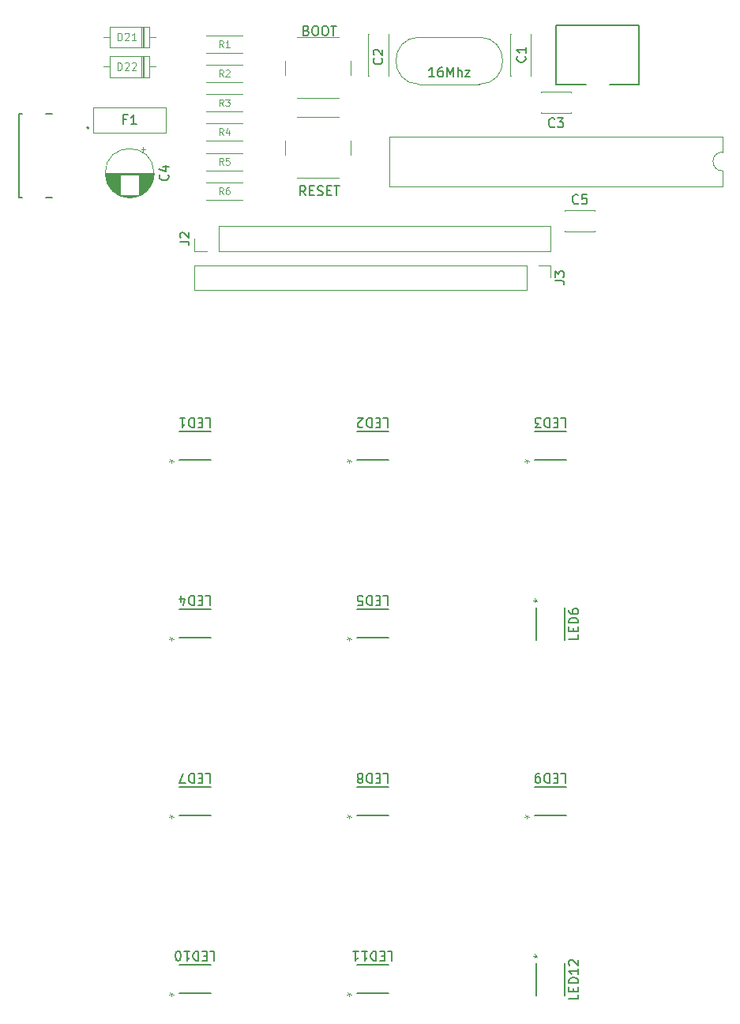
<source format=gbr>
%TF.GenerationSoftware,KiCad,Pcbnew,7.0.6*%
%TF.CreationDate,2024-02-22T13:24:58-05:00*%
%TF.ProjectId,20Key_macropad,32304b65-795f-46d6-9163-726f7061642e,rev?*%
%TF.SameCoordinates,Original*%
%TF.FileFunction,Legend,Top*%
%TF.FilePolarity,Positive*%
%FSLAX46Y46*%
G04 Gerber Fmt 4.6, Leading zero omitted, Abs format (unit mm)*
G04 Created by KiCad (PCBNEW 7.0.6) date 2024-02-22 13:24:58*
%MOMM*%
%LPD*%
G01*
G04 APERTURE LIST*
%ADD10C,0.150000*%
%ADD11C,0.100000*%
%ADD12C,0.108000*%
%ADD13C,0.120000*%
%ADD14C,0.152400*%
%ADD15C,0.200000*%
%ADD16C,0.127000*%
G04 APERTURE END LIST*
D10*
X159182147Y-76047480D02*
X159658337Y-76047480D01*
X159658337Y-76047480D02*
X159658337Y-77047480D01*
X158848813Y-76571290D02*
X158515480Y-76571290D01*
X158372623Y-76047480D02*
X158848813Y-76047480D01*
X158848813Y-76047480D02*
X158848813Y-77047480D01*
X158848813Y-77047480D02*
X158372623Y-77047480D01*
X157944051Y-76047480D02*
X157944051Y-77047480D01*
X157944051Y-77047480D02*
X157705956Y-77047480D01*
X157705956Y-77047480D02*
X157563099Y-76999861D01*
X157563099Y-76999861D02*
X157467861Y-76904623D01*
X157467861Y-76904623D02*
X157420242Y-76809385D01*
X157420242Y-76809385D02*
X157372623Y-76618909D01*
X157372623Y-76618909D02*
X157372623Y-76476052D01*
X157372623Y-76476052D02*
X157420242Y-76285576D01*
X157420242Y-76285576D02*
X157467861Y-76190338D01*
X157467861Y-76190338D02*
X157563099Y-76095100D01*
X157563099Y-76095100D02*
X157705956Y-76047480D01*
X157705956Y-76047480D02*
X157944051Y-76047480D01*
X157039289Y-77047480D02*
X156420242Y-77047480D01*
X156420242Y-77047480D02*
X156753575Y-76666528D01*
X156753575Y-76666528D02*
X156610718Y-76666528D01*
X156610718Y-76666528D02*
X156515480Y-76618909D01*
X156515480Y-76618909D02*
X156467861Y-76571290D01*
X156467861Y-76571290D02*
X156420242Y-76476052D01*
X156420242Y-76476052D02*
X156420242Y-76237957D01*
X156420242Y-76237957D02*
X156467861Y-76142719D01*
X156467861Y-76142719D02*
X156515480Y-76095100D01*
X156515480Y-76095100D02*
X156610718Y-76047480D01*
X156610718Y-76047480D02*
X156896432Y-76047480D01*
X156896432Y-76047480D02*
X156991670Y-76095100D01*
X156991670Y-76095100D02*
X157039289Y-76142719D01*
D11*
X155506358Y-80869880D02*
X155506358Y-80631785D01*
X155744453Y-80727023D02*
X155506358Y-80631785D01*
X155506358Y-80631785D02*
X155268263Y-80727023D01*
X155649215Y-80441309D02*
X155506358Y-80631785D01*
X155506358Y-80631785D02*
X155363501Y-80441309D01*
D10*
X121082147Y-76047480D02*
X121558337Y-76047480D01*
X121558337Y-76047480D02*
X121558337Y-77047480D01*
X120748813Y-76571290D02*
X120415480Y-76571290D01*
X120272623Y-76047480D02*
X120748813Y-76047480D01*
X120748813Y-76047480D02*
X120748813Y-77047480D01*
X120748813Y-77047480D02*
X120272623Y-77047480D01*
X119844051Y-76047480D02*
X119844051Y-77047480D01*
X119844051Y-77047480D02*
X119605956Y-77047480D01*
X119605956Y-77047480D02*
X119463099Y-76999861D01*
X119463099Y-76999861D02*
X119367861Y-76904623D01*
X119367861Y-76904623D02*
X119320242Y-76809385D01*
X119320242Y-76809385D02*
X119272623Y-76618909D01*
X119272623Y-76618909D02*
X119272623Y-76476052D01*
X119272623Y-76476052D02*
X119320242Y-76285576D01*
X119320242Y-76285576D02*
X119367861Y-76190338D01*
X119367861Y-76190338D02*
X119463099Y-76095100D01*
X119463099Y-76095100D02*
X119605956Y-76047480D01*
X119605956Y-76047480D02*
X119844051Y-76047480D01*
X118320242Y-76047480D02*
X118891670Y-76047480D01*
X118605956Y-76047480D02*
X118605956Y-77047480D01*
X118605956Y-77047480D02*
X118701194Y-76904623D01*
X118701194Y-76904623D02*
X118796432Y-76809385D01*
X118796432Y-76809385D02*
X118891670Y-76761766D01*
D11*
X117406358Y-80869880D02*
X117406358Y-80631785D01*
X117644453Y-80727023D02*
X117406358Y-80631785D01*
X117406358Y-80631785D02*
X117168263Y-80727023D01*
X117549215Y-80441309D02*
X117406358Y-80631785D01*
X117406358Y-80631785D02*
X117263501Y-80441309D01*
D10*
X121082147Y-114147480D02*
X121558337Y-114147480D01*
X121558337Y-114147480D02*
X121558337Y-115147480D01*
X120748813Y-114671290D02*
X120415480Y-114671290D01*
X120272623Y-114147480D02*
X120748813Y-114147480D01*
X120748813Y-114147480D02*
X120748813Y-115147480D01*
X120748813Y-115147480D02*
X120272623Y-115147480D01*
X119844051Y-114147480D02*
X119844051Y-115147480D01*
X119844051Y-115147480D02*
X119605956Y-115147480D01*
X119605956Y-115147480D02*
X119463099Y-115099861D01*
X119463099Y-115099861D02*
X119367861Y-115004623D01*
X119367861Y-115004623D02*
X119320242Y-114909385D01*
X119320242Y-114909385D02*
X119272623Y-114718909D01*
X119272623Y-114718909D02*
X119272623Y-114576052D01*
X119272623Y-114576052D02*
X119320242Y-114385576D01*
X119320242Y-114385576D02*
X119367861Y-114290338D01*
X119367861Y-114290338D02*
X119463099Y-114195100D01*
X119463099Y-114195100D02*
X119605956Y-114147480D01*
X119605956Y-114147480D02*
X119844051Y-114147480D01*
X118939289Y-115147480D02*
X118272623Y-115147480D01*
X118272623Y-115147480D02*
X118701194Y-114147480D01*
D11*
X117406358Y-118969880D02*
X117406358Y-118731785D01*
X117644453Y-118827023D02*
X117406358Y-118731785D01*
X117406358Y-118731785D02*
X117168263Y-118827023D01*
X117549215Y-118541309D02*
X117406358Y-118731785D01*
X117406358Y-118731785D02*
X117263501Y-118541309D01*
D10*
X140608338Y-133197480D02*
X141084528Y-133197480D01*
X141084528Y-133197480D02*
X141084528Y-134197480D01*
X140275004Y-133721290D02*
X139941671Y-133721290D01*
X139798814Y-133197480D02*
X140275004Y-133197480D01*
X140275004Y-133197480D02*
X140275004Y-134197480D01*
X140275004Y-134197480D02*
X139798814Y-134197480D01*
X139370242Y-133197480D02*
X139370242Y-134197480D01*
X139370242Y-134197480D02*
X139132147Y-134197480D01*
X139132147Y-134197480D02*
X138989290Y-134149861D01*
X138989290Y-134149861D02*
X138894052Y-134054623D01*
X138894052Y-134054623D02*
X138846433Y-133959385D01*
X138846433Y-133959385D02*
X138798814Y-133768909D01*
X138798814Y-133768909D02*
X138798814Y-133626052D01*
X138798814Y-133626052D02*
X138846433Y-133435576D01*
X138846433Y-133435576D02*
X138894052Y-133340338D01*
X138894052Y-133340338D02*
X138989290Y-133245100D01*
X138989290Y-133245100D02*
X139132147Y-133197480D01*
X139132147Y-133197480D02*
X139370242Y-133197480D01*
X137846433Y-133197480D02*
X138417861Y-133197480D01*
X138132147Y-133197480D02*
X138132147Y-134197480D01*
X138132147Y-134197480D02*
X138227385Y-134054623D01*
X138227385Y-134054623D02*
X138322623Y-133959385D01*
X138322623Y-133959385D02*
X138417861Y-133911766D01*
X136894052Y-133197480D02*
X137465480Y-133197480D01*
X137179766Y-133197480D02*
X137179766Y-134197480D01*
X137179766Y-134197480D02*
X137275004Y-134054623D01*
X137275004Y-134054623D02*
X137370242Y-133959385D01*
X137370242Y-133959385D02*
X137465480Y-133911766D01*
D11*
X136456358Y-138019880D02*
X136456358Y-137781785D01*
X136694453Y-137877023D02*
X136456358Y-137781785D01*
X136456358Y-137781785D02*
X136218263Y-137877023D01*
X136599215Y-137591309D02*
X136456358Y-137781785D01*
X136456358Y-137781785D02*
X136313501Y-137591309D01*
D10*
X159182147Y-114147480D02*
X159658337Y-114147480D01*
X159658337Y-114147480D02*
X159658337Y-115147480D01*
X158848813Y-114671290D02*
X158515480Y-114671290D01*
X158372623Y-114147480D02*
X158848813Y-114147480D01*
X158848813Y-114147480D02*
X158848813Y-115147480D01*
X158848813Y-115147480D02*
X158372623Y-115147480D01*
X157944051Y-114147480D02*
X157944051Y-115147480D01*
X157944051Y-115147480D02*
X157705956Y-115147480D01*
X157705956Y-115147480D02*
X157563099Y-115099861D01*
X157563099Y-115099861D02*
X157467861Y-115004623D01*
X157467861Y-115004623D02*
X157420242Y-114909385D01*
X157420242Y-114909385D02*
X157372623Y-114718909D01*
X157372623Y-114718909D02*
X157372623Y-114576052D01*
X157372623Y-114576052D02*
X157420242Y-114385576D01*
X157420242Y-114385576D02*
X157467861Y-114290338D01*
X157467861Y-114290338D02*
X157563099Y-114195100D01*
X157563099Y-114195100D02*
X157705956Y-114147480D01*
X157705956Y-114147480D02*
X157944051Y-114147480D01*
X156896432Y-114147480D02*
X156705956Y-114147480D01*
X156705956Y-114147480D02*
X156610718Y-114195100D01*
X156610718Y-114195100D02*
X156563099Y-114242719D01*
X156563099Y-114242719D02*
X156467861Y-114385576D01*
X156467861Y-114385576D02*
X156420242Y-114576052D01*
X156420242Y-114576052D02*
X156420242Y-114957004D01*
X156420242Y-114957004D02*
X156467861Y-115052242D01*
X156467861Y-115052242D02*
X156515480Y-115099861D01*
X156515480Y-115099861D02*
X156610718Y-115147480D01*
X156610718Y-115147480D02*
X156801194Y-115147480D01*
X156801194Y-115147480D02*
X156896432Y-115099861D01*
X156896432Y-115099861D02*
X156944051Y-115052242D01*
X156944051Y-115052242D02*
X156991670Y-114957004D01*
X156991670Y-114957004D02*
X156991670Y-114718909D01*
X156991670Y-114718909D02*
X156944051Y-114623671D01*
X156944051Y-114623671D02*
X156896432Y-114576052D01*
X156896432Y-114576052D02*
X156801194Y-114528433D01*
X156801194Y-114528433D02*
X156610718Y-114528433D01*
X156610718Y-114528433D02*
X156515480Y-114576052D01*
X156515480Y-114576052D02*
X156467861Y-114623671D01*
X156467861Y-114623671D02*
X156420242Y-114718909D01*
D11*
X155506358Y-118969880D02*
X155506358Y-118731785D01*
X155744453Y-118827023D02*
X155506358Y-118731785D01*
X155506358Y-118731785D02*
X155268263Y-118827023D01*
X155649215Y-118541309D02*
X155506358Y-118731785D01*
X155506358Y-118731785D02*
X155363501Y-118541309D01*
D10*
X161032519Y-137838338D02*
X161032519Y-138314528D01*
X161032519Y-138314528D02*
X160032519Y-138314528D01*
X160508709Y-137505004D02*
X160508709Y-137171671D01*
X161032519Y-137028814D02*
X161032519Y-137505004D01*
X161032519Y-137505004D02*
X160032519Y-137505004D01*
X160032519Y-137505004D02*
X160032519Y-137028814D01*
X161032519Y-136600242D02*
X160032519Y-136600242D01*
X160032519Y-136600242D02*
X160032519Y-136362147D01*
X160032519Y-136362147D02*
X160080138Y-136219290D01*
X160080138Y-136219290D02*
X160175376Y-136124052D01*
X160175376Y-136124052D02*
X160270614Y-136076433D01*
X160270614Y-136076433D02*
X160461090Y-136028814D01*
X160461090Y-136028814D02*
X160603947Y-136028814D01*
X160603947Y-136028814D02*
X160794423Y-136076433D01*
X160794423Y-136076433D02*
X160889661Y-136124052D01*
X160889661Y-136124052D02*
X160984900Y-136219290D01*
X160984900Y-136219290D02*
X161032519Y-136362147D01*
X161032519Y-136362147D02*
X161032519Y-136600242D01*
X161032519Y-135076433D02*
X161032519Y-135647861D01*
X161032519Y-135362147D02*
X160032519Y-135362147D01*
X160032519Y-135362147D02*
X160175376Y-135457385D01*
X160175376Y-135457385D02*
X160270614Y-135552623D01*
X160270614Y-135552623D02*
X160318233Y-135647861D01*
X160127757Y-134695480D02*
X160080138Y-134647861D01*
X160080138Y-134647861D02*
X160032519Y-134552623D01*
X160032519Y-134552623D02*
X160032519Y-134314528D01*
X160032519Y-134314528D02*
X160080138Y-134219290D01*
X160080138Y-134219290D02*
X160127757Y-134171671D01*
X160127757Y-134171671D02*
X160222995Y-134124052D01*
X160222995Y-134124052D02*
X160318233Y-134124052D01*
X160318233Y-134124052D02*
X160461090Y-134171671D01*
X160461090Y-134171671D02*
X161032519Y-134743099D01*
X161032519Y-134743099D02*
X161032519Y-134124052D01*
D11*
X156210119Y-133686358D02*
X156448214Y-133686358D01*
X156352976Y-133924453D02*
X156448214Y-133686358D01*
X156448214Y-133686358D02*
X156352976Y-133448263D01*
X156638690Y-133829215D02*
X156448214Y-133686358D01*
X156448214Y-133686358D02*
X156638690Y-133543501D01*
D10*
X121558338Y-133197480D02*
X122034528Y-133197480D01*
X122034528Y-133197480D02*
X122034528Y-134197480D01*
X121225004Y-133721290D02*
X120891671Y-133721290D01*
X120748814Y-133197480D02*
X121225004Y-133197480D01*
X121225004Y-133197480D02*
X121225004Y-134197480D01*
X121225004Y-134197480D02*
X120748814Y-134197480D01*
X120320242Y-133197480D02*
X120320242Y-134197480D01*
X120320242Y-134197480D02*
X120082147Y-134197480D01*
X120082147Y-134197480D02*
X119939290Y-134149861D01*
X119939290Y-134149861D02*
X119844052Y-134054623D01*
X119844052Y-134054623D02*
X119796433Y-133959385D01*
X119796433Y-133959385D02*
X119748814Y-133768909D01*
X119748814Y-133768909D02*
X119748814Y-133626052D01*
X119748814Y-133626052D02*
X119796433Y-133435576D01*
X119796433Y-133435576D02*
X119844052Y-133340338D01*
X119844052Y-133340338D02*
X119939290Y-133245100D01*
X119939290Y-133245100D02*
X120082147Y-133197480D01*
X120082147Y-133197480D02*
X120320242Y-133197480D01*
X118796433Y-133197480D02*
X119367861Y-133197480D01*
X119082147Y-133197480D02*
X119082147Y-134197480D01*
X119082147Y-134197480D02*
X119177385Y-134054623D01*
X119177385Y-134054623D02*
X119272623Y-133959385D01*
X119272623Y-133959385D02*
X119367861Y-133911766D01*
X118177385Y-134197480D02*
X118082147Y-134197480D01*
X118082147Y-134197480D02*
X117986909Y-134149861D01*
X117986909Y-134149861D02*
X117939290Y-134102242D01*
X117939290Y-134102242D02*
X117891671Y-134007004D01*
X117891671Y-134007004D02*
X117844052Y-133816528D01*
X117844052Y-133816528D02*
X117844052Y-133578433D01*
X117844052Y-133578433D02*
X117891671Y-133387957D01*
X117891671Y-133387957D02*
X117939290Y-133292719D01*
X117939290Y-133292719D02*
X117986909Y-133245100D01*
X117986909Y-133245100D02*
X118082147Y-133197480D01*
X118082147Y-133197480D02*
X118177385Y-133197480D01*
X118177385Y-133197480D02*
X118272623Y-133245100D01*
X118272623Y-133245100D02*
X118320242Y-133292719D01*
X118320242Y-133292719D02*
X118367861Y-133387957D01*
X118367861Y-133387957D02*
X118415480Y-133578433D01*
X118415480Y-133578433D02*
X118415480Y-133816528D01*
X118415480Y-133816528D02*
X118367861Y-134007004D01*
X118367861Y-134007004D02*
X118320242Y-134102242D01*
X118320242Y-134102242D02*
X118272623Y-134149861D01*
X118272623Y-134149861D02*
X118177385Y-134197480D01*
D11*
X117406358Y-138019880D02*
X117406358Y-137781785D01*
X117644453Y-137877023D02*
X117406358Y-137781785D01*
X117406358Y-137781785D02*
X117168263Y-137877023D01*
X117549215Y-137591309D02*
X117406358Y-137781785D01*
X117406358Y-137781785D02*
X117263501Y-137591309D01*
D10*
X140132147Y-76047480D02*
X140608337Y-76047480D01*
X140608337Y-76047480D02*
X140608337Y-77047480D01*
X139798813Y-76571290D02*
X139465480Y-76571290D01*
X139322623Y-76047480D02*
X139798813Y-76047480D01*
X139798813Y-76047480D02*
X139798813Y-77047480D01*
X139798813Y-77047480D02*
X139322623Y-77047480D01*
X138894051Y-76047480D02*
X138894051Y-77047480D01*
X138894051Y-77047480D02*
X138655956Y-77047480D01*
X138655956Y-77047480D02*
X138513099Y-76999861D01*
X138513099Y-76999861D02*
X138417861Y-76904623D01*
X138417861Y-76904623D02*
X138370242Y-76809385D01*
X138370242Y-76809385D02*
X138322623Y-76618909D01*
X138322623Y-76618909D02*
X138322623Y-76476052D01*
X138322623Y-76476052D02*
X138370242Y-76285576D01*
X138370242Y-76285576D02*
X138417861Y-76190338D01*
X138417861Y-76190338D02*
X138513099Y-76095100D01*
X138513099Y-76095100D02*
X138655956Y-76047480D01*
X138655956Y-76047480D02*
X138894051Y-76047480D01*
X137941670Y-76952242D02*
X137894051Y-76999861D01*
X137894051Y-76999861D02*
X137798813Y-77047480D01*
X137798813Y-77047480D02*
X137560718Y-77047480D01*
X137560718Y-77047480D02*
X137465480Y-76999861D01*
X137465480Y-76999861D02*
X137417861Y-76952242D01*
X137417861Y-76952242D02*
X137370242Y-76857004D01*
X137370242Y-76857004D02*
X137370242Y-76761766D01*
X137370242Y-76761766D02*
X137417861Y-76618909D01*
X137417861Y-76618909D02*
X137989289Y-76047480D01*
X137989289Y-76047480D02*
X137370242Y-76047480D01*
D11*
X136456358Y-80869880D02*
X136456358Y-80631785D01*
X136694453Y-80727023D02*
X136456358Y-80631785D01*
X136456358Y-80631785D02*
X136218263Y-80727023D01*
X136599215Y-80441309D02*
X136456358Y-80631785D01*
X136456358Y-80631785D02*
X136313501Y-80441309D01*
D10*
X121082147Y-95097480D02*
X121558337Y-95097480D01*
X121558337Y-95097480D02*
X121558337Y-96097480D01*
X120748813Y-95621290D02*
X120415480Y-95621290D01*
X120272623Y-95097480D02*
X120748813Y-95097480D01*
X120748813Y-95097480D02*
X120748813Y-96097480D01*
X120748813Y-96097480D02*
X120272623Y-96097480D01*
X119844051Y-95097480D02*
X119844051Y-96097480D01*
X119844051Y-96097480D02*
X119605956Y-96097480D01*
X119605956Y-96097480D02*
X119463099Y-96049861D01*
X119463099Y-96049861D02*
X119367861Y-95954623D01*
X119367861Y-95954623D02*
X119320242Y-95859385D01*
X119320242Y-95859385D02*
X119272623Y-95668909D01*
X119272623Y-95668909D02*
X119272623Y-95526052D01*
X119272623Y-95526052D02*
X119320242Y-95335576D01*
X119320242Y-95335576D02*
X119367861Y-95240338D01*
X119367861Y-95240338D02*
X119463099Y-95145100D01*
X119463099Y-95145100D02*
X119605956Y-95097480D01*
X119605956Y-95097480D02*
X119844051Y-95097480D01*
X118415480Y-95764147D02*
X118415480Y-95097480D01*
X118653575Y-96145100D02*
X118891670Y-95430814D01*
X118891670Y-95430814D02*
X118272623Y-95430814D01*
D11*
X117406358Y-99919880D02*
X117406358Y-99681785D01*
X117644453Y-99777023D02*
X117406358Y-99681785D01*
X117406358Y-99681785D02*
X117168263Y-99777023D01*
X117549215Y-99491309D02*
X117406358Y-99681785D01*
X117406358Y-99681785D02*
X117263501Y-99491309D01*
D10*
X140132147Y-114147480D02*
X140608337Y-114147480D01*
X140608337Y-114147480D02*
X140608337Y-115147480D01*
X139798813Y-114671290D02*
X139465480Y-114671290D01*
X139322623Y-114147480D02*
X139798813Y-114147480D01*
X139798813Y-114147480D02*
X139798813Y-115147480D01*
X139798813Y-115147480D02*
X139322623Y-115147480D01*
X138894051Y-114147480D02*
X138894051Y-115147480D01*
X138894051Y-115147480D02*
X138655956Y-115147480D01*
X138655956Y-115147480D02*
X138513099Y-115099861D01*
X138513099Y-115099861D02*
X138417861Y-115004623D01*
X138417861Y-115004623D02*
X138370242Y-114909385D01*
X138370242Y-114909385D02*
X138322623Y-114718909D01*
X138322623Y-114718909D02*
X138322623Y-114576052D01*
X138322623Y-114576052D02*
X138370242Y-114385576D01*
X138370242Y-114385576D02*
X138417861Y-114290338D01*
X138417861Y-114290338D02*
X138513099Y-114195100D01*
X138513099Y-114195100D02*
X138655956Y-114147480D01*
X138655956Y-114147480D02*
X138894051Y-114147480D01*
X137751194Y-114718909D02*
X137846432Y-114766528D01*
X137846432Y-114766528D02*
X137894051Y-114814147D01*
X137894051Y-114814147D02*
X137941670Y-114909385D01*
X137941670Y-114909385D02*
X137941670Y-114957004D01*
X137941670Y-114957004D02*
X137894051Y-115052242D01*
X137894051Y-115052242D02*
X137846432Y-115099861D01*
X137846432Y-115099861D02*
X137751194Y-115147480D01*
X137751194Y-115147480D02*
X137560718Y-115147480D01*
X137560718Y-115147480D02*
X137465480Y-115099861D01*
X137465480Y-115099861D02*
X137417861Y-115052242D01*
X137417861Y-115052242D02*
X137370242Y-114957004D01*
X137370242Y-114957004D02*
X137370242Y-114909385D01*
X137370242Y-114909385D02*
X137417861Y-114814147D01*
X137417861Y-114814147D02*
X137465480Y-114766528D01*
X137465480Y-114766528D02*
X137560718Y-114718909D01*
X137560718Y-114718909D02*
X137751194Y-114718909D01*
X137751194Y-114718909D02*
X137846432Y-114671290D01*
X137846432Y-114671290D02*
X137894051Y-114623671D01*
X137894051Y-114623671D02*
X137941670Y-114528433D01*
X137941670Y-114528433D02*
X137941670Y-114337957D01*
X137941670Y-114337957D02*
X137894051Y-114242719D01*
X137894051Y-114242719D02*
X137846432Y-114195100D01*
X137846432Y-114195100D02*
X137751194Y-114147480D01*
X137751194Y-114147480D02*
X137560718Y-114147480D01*
X137560718Y-114147480D02*
X137465480Y-114195100D01*
X137465480Y-114195100D02*
X137417861Y-114242719D01*
X137417861Y-114242719D02*
X137370242Y-114337957D01*
X137370242Y-114337957D02*
X137370242Y-114528433D01*
X137370242Y-114528433D02*
X137417861Y-114623671D01*
X137417861Y-114623671D02*
X137465480Y-114671290D01*
X137465480Y-114671290D02*
X137560718Y-114718909D01*
D11*
X136456358Y-118969880D02*
X136456358Y-118731785D01*
X136694453Y-118827023D02*
X136456358Y-118731785D01*
X136456358Y-118731785D02*
X136218263Y-118827023D01*
X136599215Y-118541309D02*
X136456358Y-118731785D01*
X136456358Y-118731785D02*
X136313501Y-118541309D01*
D10*
X140132147Y-95097480D02*
X140608337Y-95097480D01*
X140608337Y-95097480D02*
X140608337Y-96097480D01*
X139798813Y-95621290D02*
X139465480Y-95621290D01*
X139322623Y-95097480D02*
X139798813Y-95097480D01*
X139798813Y-95097480D02*
X139798813Y-96097480D01*
X139798813Y-96097480D02*
X139322623Y-96097480D01*
X138894051Y-95097480D02*
X138894051Y-96097480D01*
X138894051Y-96097480D02*
X138655956Y-96097480D01*
X138655956Y-96097480D02*
X138513099Y-96049861D01*
X138513099Y-96049861D02*
X138417861Y-95954623D01*
X138417861Y-95954623D02*
X138370242Y-95859385D01*
X138370242Y-95859385D02*
X138322623Y-95668909D01*
X138322623Y-95668909D02*
X138322623Y-95526052D01*
X138322623Y-95526052D02*
X138370242Y-95335576D01*
X138370242Y-95335576D02*
X138417861Y-95240338D01*
X138417861Y-95240338D02*
X138513099Y-95145100D01*
X138513099Y-95145100D02*
X138655956Y-95097480D01*
X138655956Y-95097480D02*
X138894051Y-95097480D01*
X137417861Y-96097480D02*
X137894051Y-96097480D01*
X137894051Y-96097480D02*
X137941670Y-95621290D01*
X137941670Y-95621290D02*
X137894051Y-95668909D01*
X137894051Y-95668909D02*
X137798813Y-95716528D01*
X137798813Y-95716528D02*
X137560718Y-95716528D01*
X137560718Y-95716528D02*
X137465480Y-95668909D01*
X137465480Y-95668909D02*
X137417861Y-95621290D01*
X137417861Y-95621290D02*
X137370242Y-95526052D01*
X137370242Y-95526052D02*
X137370242Y-95287957D01*
X137370242Y-95287957D02*
X137417861Y-95192719D01*
X137417861Y-95192719D02*
X137465480Y-95145100D01*
X137465480Y-95145100D02*
X137560718Y-95097480D01*
X137560718Y-95097480D02*
X137798813Y-95097480D01*
X137798813Y-95097480D02*
X137894051Y-95145100D01*
X137894051Y-95145100D02*
X137941670Y-95192719D01*
D11*
X136456358Y-99919880D02*
X136456358Y-99681785D01*
X136694453Y-99777023D02*
X136456358Y-99681785D01*
X136456358Y-99681785D02*
X136218263Y-99777023D01*
X136599215Y-99491309D02*
X136456358Y-99681785D01*
X136456358Y-99681785D02*
X136313501Y-99491309D01*
D10*
X161032519Y-99262147D02*
X161032519Y-99738337D01*
X161032519Y-99738337D02*
X160032519Y-99738337D01*
X160508709Y-98928813D02*
X160508709Y-98595480D01*
X161032519Y-98452623D02*
X161032519Y-98928813D01*
X161032519Y-98928813D02*
X160032519Y-98928813D01*
X160032519Y-98928813D02*
X160032519Y-98452623D01*
X161032519Y-98024051D02*
X160032519Y-98024051D01*
X160032519Y-98024051D02*
X160032519Y-97785956D01*
X160032519Y-97785956D02*
X160080138Y-97643099D01*
X160080138Y-97643099D02*
X160175376Y-97547861D01*
X160175376Y-97547861D02*
X160270614Y-97500242D01*
X160270614Y-97500242D02*
X160461090Y-97452623D01*
X160461090Y-97452623D02*
X160603947Y-97452623D01*
X160603947Y-97452623D02*
X160794423Y-97500242D01*
X160794423Y-97500242D02*
X160889661Y-97547861D01*
X160889661Y-97547861D02*
X160984900Y-97643099D01*
X160984900Y-97643099D02*
X161032519Y-97785956D01*
X161032519Y-97785956D02*
X161032519Y-98024051D01*
X160032519Y-96595480D02*
X160032519Y-96785956D01*
X160032519Y-96785956D02*
X160080138Y-96881194D01*
X160080138Y-96881194D02*
X160127757Y-96928813D01*
X160127757Y-96928813D02*
X160270614Y-97024051D01*
X160270614Y-97024051D02*
X160461090Y-97071670D01*
X160461090Y-97071670D02*
X160842042Y-97071670D01*
X160842042Y-97071670D02*
X160937280Y-97024051D01*
X160937280Y-97024051D02*
X160984900Y-96976432D01*
X160984900Y-96976432D02*
X161032519Y-96881194D01*
X161032519Y-96881194D02*
X161032519Y-96690718D01*
X161032519Y-96690718D02*
X160984900Y-96595480D01*
X160984900Y-96595480D02*
X160937280Y-96547861D01*
X160937280Y-96547861D02*
X160842042Y-96500242D01*
X160842042Y-96500242D02*
X160603947Y-96500242D01*
X160603947Y-96500242D02*
X160508709Y-96547861D01*
X160508709Y-96547861D02*
X160461090Y-96595480D01*
X160461090Y-96595480D02*
X160413471Y-96690718D01*
X160413471Y-96690718D02*
X160413471Y-96881194D01*
X160413471Y-96881194D02*
X160461090Y-96976432D01*
X160461090Y-96976432D02*
X160508709Y-97024051D01*
X160508709Y-97024051D02*
X160603947Y-97071670D01*
D11*
X156210119Y-95586358D02*
X156448214Y-95586358D01*
X156352976Y-95824453D02*
X156448214Y-95586358D01*
X156448214Y-95586358D02*
X156352976Y-95348263D01*
X156638690Y-95729215D02*
X156448214Y-95586358D01*
X156448214Y-95586358D02*
X156638690Y-95443501D01*
D12*
X122980000Y-42627469D02*
X122740000Y-42284612D01*
X122568571Y-42627469D02*
X122568571Y-41907469D01*
X122568571Y-41907469D02*
X122842857Y-41907469D01*
X122842857Y-41907469D02*
X122911428Y-41941755D01*
X122911428Y-41941755D02*
X122945714Y-41976041D01*
X122945714Y-41976041D02*
X122980000Y-42044612D01*
X122980000Y-42044612D02*
X122980000Y-42147469D01*
X122980000Y-42147469D02*
X122945714Y-42216041D01*
X122945714Y-42216041D02*
X122911428Y-42250326D01*
X122911428Y-42250326D02*
X122842857Y-42284612D01*
X122842857Y-42284612D02*
X122568571Y-42284612D01*
X123220000Y-41907469D02*
X123665714Y-41907469D01*
X123665714Y-41907469D02*
X123425714Y-42181755D01*
X123425714Y-42181755D02*
X123528571Y-42181755D01*
X123528571Y-42181755D02*
X123597143Y-42216041D01*
X123597143Y-42216041D02*
X123631428Y-42250326D01*
X123631428Y-42250326D02*
X123665714Y-42318898D01*
X123665714Y-42318898D02*
X123665714Y-42490326D01*
X123665714Y-42490326D02*
X123631428Y-42558898D01*
X123631428Y-42558898D02*
X123597143Y-42593184D01*
X123597143Y-42593184D02*
X123528571Y-42627469D01*
X123528571Y-42627469D02*
X123322857Y-42627469D01*
X123322857Y-42627469D02*
X123254285Y-42593184D01*
X123254285Y-42593184D02*
X123220000Y-42558898D01*
D10*
X131902857Y-34536009D02*
X132045714Y-34583628D01*
X132045714Y-34583628D02*
X132093333Y-34631247D01*
X132093333Y-34631247D02*
X132140952Y-34726485D01*
X132140952Y-34726485D02*
X132140952Y-34869342D01*
X132140952Y-34869342D02*
X132093333Y-34964580D01*
X132093333Y-34964580D02*
X132045714Y-35012200D01*
X132045714Y-35012200D02*
X131950476Y-35059819D01*
X131950476Y-35059819D02*
X131569524Y-35059819D01*
X131569524Y-35059819D02*
X131569524Y-34059819D01*
X131569524Y-34059819D02*
X131902857Y-34059819D01*
X131902857Y-34059819D02*
X131998095Y-34107438D01*
X131998095Y-34107438D02*
X132045714Y-34155057D01*
X132045714Y-34155057D02*
X132093333Y-34250295D01*
X132093333Y-34250295D02*
X132093333Y-34345533D01*
X132093333Y-34345533D02*
X132045714Y-34440771D01*
X132045714Y-34440771D02*
X131998095Y-34488390D01*
X131998095Y-34488390D02*
X131902857Y-34536009D01*
X131902857Y-34536009D02*
X131569524Y-34536009D01*
X132760000Y-34059819D02*
X132950476Y-34059819D01*
X132950476Y-34059819D02*
X133045714Y-34107438D01*
X133045714Y-34107438D02*
X133140952Y-34202676D01*
X133140952Y-34202676D02*
X133188571Y-34393152D01*
X133188571Y-34393152D02*
X133188571Y-34726485D01*
X133188571Y-34726485D02*
X133140952Y-34916961D01*
X133140952Y-34916961D02*
X133045714Y-35012200D01*
X133045714Y-35012200D02*
X132950476Y-35059819D01*
X132950476Y-35059819D02*
X132760000Y-35059819D01*
X132760000Y-35059819D02*
X132664762Y-35012200D01*
X132664762Y-35012200D02*
X132569524Y-34916961D01*
X132569524Y-34916961D02*
X132521905Y-34726485D01*
X132521905Y-34726485D02*
X132521905Y-34393152D01*
X132521905Y-34393152D02*
X132569524Y-34202676D01*
X132569524Y-34202676D02*
X132664762Y-34107438D01*
X132664762Y-34107438D02*
X132760000Y-34059819D01*
X133807619Y-34059819D02*
X133998095Y-34059819D01*
X133998095Y-34059819D02*
X134093333Y-34107438D01*
X134093333Y-34107438D02*
X134188571Y-34202676D01*
X134188571Y-34202676D02*
X134236190Y-34393152D01*
X134236190Y-34393152D02*
X134236190Y-34726485D01*
X134236190Y-34726485D02*
X134188571Y-34916961D01*
X134188571Y-34916961D02*
X134093333Y-35012200D01*
X134093333Y-35012200D02*
X133998095Y-35059819D01*
X133998095Y-35059819D02*
X133807619Y-35059819D01*
X133807619Y-35059819D02*
X133712381Y-35012200D01*
X133712381Y-35012200D02*
X133617143Y-34916961D01*
X133617143Y-34916961D02*
X133569524Y-34726485D01*
X133569524Y-34726485D02*
X133569524Y-34393152D01*
X133569524Y-34393152D02*
X133617143Y-34202676D01*
X133617143Y-34202676D02*
X133712381Y-34107438D01*
X133712381Y-34107438D02*
X133807619Y-34059819D01*
X134521905Y-34059819D02*
X135093333Y-34059819D01*
X134807619Y-35059819D02*
X134807619Y-34059819D01*
D13*
X111668571Y-35603855D02*
X111668571Y-34803855D01*
X111668571Y-34803855D02*
X111859047Y-34803855D01*
X111859047Y-34803855D02*
X111973333Y-34841950D01*
X111973333Y-34841950D02*
X112049523Y-34918140D01*
X112049523Y-34918140D02*
X112087618Y-34994331D01*
X112087618Y-34994331D02*
X112125714Y-35146712D01*
X112125714Y-35146712D02*
X112125714Y-35260998D01*
X112125714Y-35260998D02*
X112087618Y-35413379D01*
X112087618Y-35413379D02*
X112049523Y-35489569D01*
X112049523Y-35489569D02*
X111973333Y-35565760D01*
X111973333Y-35565760D02*
X111859047Y-35603855D01*
X111859047Y-35603855D02*
X111668571Y-35603855D01*
X112430475Y-34880045D02*
X112468571Y-34841950D01*
X112468571Y-34841950D02*
X112544761Y-34803855D01*
X112544761Y-34803855D02*
X112735237Y-34803855D01*
X112735237Y-34803855D02*
X112811428Y-34841950D01*
X112811428Y-34841950D02*
X112849523Y-34880045D01*
X112849523Y-34880045D02*
X112887618Y-34956236D01*
X112887618Y-34956236D02*
X112887618Y-35032426D01*
X112887618Y-35032426D02*
X112849523Y-35146712D01*
X112849523Y-35146712D02*
X112392380Y-35603855D01*
X112392380Y-35603855D02*
X112887618Y-35603855D01*
X113649523Y-35603855D02*
X113192380Y-35603855D01*
X113420952Y-35603855D02*
X113420952Y-34803855D01*
X113420952Y-34803855D02*
X113344761Y-34918140D01*
X113344761Y-34918140D02*
X113268571Y-34994331D01*
X113268571Y-34994331D02*
X113192380Y-35032426D01*
D10*
X161033333Y-53034580D02*
X160985714Y-53082200D01*
X160985714Y-53082200D02*
X160842857Y-53129819D01*
X160842857Y-53129819D02*
X160747619Y-53129819D01*
X160747619Y-53129819D02*
X160604762Y-53082200D01*
X160604762Y-53082200D02*
X160509524Y-52986961D01*
X160509524Y-52986961D02*
X160461905Y-52891723D01*
X160461905Y-52891723D02*
X160414286Y-52701247D01*
X160414286Y-52701247D02*
X160414286Y-52558390D01*
X160414286Y-52558390D02*
X160461905Y-52367914D01*
X160461905Y-52367914D02*
X160509524Y-52272676D01*
X160509524Y-52272676D02*
X160604762Y-52177438D01*
X160604762Y-52177438D02*
X160747619Y-52129819D01*
X160747619Y-52129819D02*
X160842857Y-52129819D01*
X160842857Y-52129819D02*
X160985714Y-52177438D01*
X160985714Y-52177438D02*
X161033333Y-52225057D01*
X161938095Y-52129819D02*
X161461905Y-52129819D01*
X161461905Y-52129819D02*
X161414286Y-52606009D01*
X161414286Y-52606009D02*
X161461905Y-52558390D01*
X161461905Y-52558390D02*
X161557143Y-52510771D01*
X161557143Y-52510771D02*
X161795238Y-52510771D01*
X161795238Y-52510771D02*
X161890476Y-52558390D01*
X161890476Y-52558390D02*
X161938095Y-52606009D01*
X161938095Y-52606009D02*
X161985714Y-52701247D01*
X161985714Y-52701247D02*
X161985714Y-52939342D01*
X161985714Y-52939342D02*
X161938095Y-53034580D01*
X161938095Y-53034580D02*
X161890476Y-53082200D01*
X161890476Y-53082200D02*
X161795238Y-53129819D01*
X161795238Y-53129819D02*
X161557143Y-53129819D01*
X161557143Y-53129819D02*
X161461905Y-53082200D01*
X161461905Y-53082200D02*
X161414286Y-53034580D01*
D12*
X122980000Y-48927469D02*
X122740000Y-48584612D01*
X122568571Y-48927469D02*
X122568571Y-48207469D01*
X122568571Y-48207469D02*
X122842857Y-48207469D01*
X122842857Y-48207469D02*
X122911428Y-48241755D01*
X122911428Y-48241755D02*
X122945714Y-48276041D01*
X122945714Y-48276041D02*
X122980000Y-48344612D01*
X122980000Y-48344612D02*
X122980000Y-48447469D01*
X122980000Y-48447469D02*
X122945714Y-48516041D01*
X122945714Y-48516041D02*
X122911428Y-48550326D01*
X122911428Y-48550326D02*
X122842857Y-48584612D01*
X122842857Y-48584612D02*
X122568571Y-48584612D01*
X123631428Y-48207469D02*
X123288571Y-48207469D01*
X123288571Y-48207469D02*
X123254285Y-48550326D01*
X123254285Y-48550326D02*
X123288571Y-48516041D01*
X123288571Y-48516041D02*
X123357143Y-48481755D01*
X123357143Y-48481755D02*
X123528571Y-48481755D01*
X123528571Y-48481755D02*
X123597143Y-48516041D01*
X123597143Y-48516041D02*
X123631428Y-48550326D01*
X123631428Y-48550326D02*
X123665714Y-48618898D01*
X123665714Y-48618898D02*
X123665714Y-48790326D01*
X123665714Y-48790326D02*
X123631428Y-48858898D01*
X123631428Y-48858898D02*
X123597143Y-48893184D01*
X123597143Y-48893184D02*
X123528571Y-48927469D01*
X123528571Y-48927469D02*
X123357143Y-48927469D01*
X123357143Y-48927469D02*
X123288571Y-48893184D01*
X123288571Y-48893184D02*
X123254285Y-48858898D01*
D10*
X117049580Y-49991666D02*
X117097200Y-50039285D01*
X117097200Y-50039285D02*
X117144819Y-50182142D01*
X117144819Y-50182142D02*
X117144819Y-50277380D01*
X117144819Y-50277380D02*
X117097200Y-50420237D01*
X117097200Y-50420237D02*
X117001961Y-50515475D01*
X117001961Y-50515475D02*
X116906723Y-50563094D01*
X116906723Y-50563094D02*
X116716247Y-50610713D01*
X116716247Y-50610713D02*
X116573390Y-50610713D01*
X116573390Y-50610713D02*
X116382914Y-50563094D01*
X116382914Y-50563094D02*
X116287676Y-50515475D01*
X116287676Y-50515475D02*
X116192438Y-50420237D01*
X116192438Y-50420237D02*
X116144819Y-50277380D01*
X116144819Y-50277380D02*
X116144819Y-50182142D01*
X116144819Y-50182142D02*
X116192438Y-50039285D01*
X116192438Y-50039285D02*
X116240057Y-49991666D01*
X116478152Y-49134523D02*
X117144819Y-49134523D01*
X116097200Y-49372618D02*
X116811485Y-49610713D01*
X116811485Y-49610713D02*
X116811485Y-48991666D01*
D12*
X122980000Y-52077469D02*
X122740000Y-51734612D01*
X122568571Y-52077469D02*
X122568571Y-51357469D01*
X122568571Y-51357469D02*
X122842857Y-51357469D01*
X122842857Y-51357469D02*
X122911428Y-51391755D01*
X122911428Y-51391755D02*
X122945714Y-51426041D01*
X122945714Y-51426041D02*
X122980000Y-51494612D01*
X122980000Y-51494612D02*
X122980000Y-51597469D01*
X122980000Y-51597469D02*
X122945714Y-51666041D01*
X122945714Y-51666041D02*
X122911428Y-51700326D01*
X122911428Y-51700326D02*
X122842857Y-51734612D01*
X122842857Y-51734612D02*
X122568571Y-51734612D01*
X123597143Y-51357469D02*
X123460000Y-51357469D01*
X123460000Y-51357469D02*
X123391428Y-51391755D01*
X123391428Y-51391755D02*
X123357143Y-51426041D01*
X123357143Y-51426041D02*
X123288571Y-51528898D01*
X123288571Y-51528898D02*
X123254285Y-51666041D01*
X123254285Y-51666041D02*
X123254285Y-51940326D01*
X123254285Y-51940326D02*
X123288571Y-52008898D01*
X123288571Y-52008898D02*
X123322857Y-52043184D01*
X123322857Y-52043184D02*
X123391428Y-52077469D01*
X123391428Y-52077469D02*
X123528571Y-52077469D01*
X123528571Y-52077469D02*
X123597143Y-52043184D01*
X123597143Y-52043184D02*
X123631428Y-52008898D01*
X123631428Y-52008898D02*
X123665714Y-51940326D01*
X123665714Y-51940326D02*
X123665714Y-51768898D01*
X123665714Y-51768898D02*
X123631428Y-51700326D01*
X123631428Y-51700326D02*
X123597143Y-51666041D01*
X123597143Y-51666041D02*
X123528571Y-51631755D01*
X123528571Y-51631755D02*
X123391428Y-51631755D01*
X123391428Y-51631755D02*
X123322857Y-51666041D01*
X123322857Y-51666041D02*
X123288571Y-51700326D01*
X123288571Y-51700326D02*
X123254285Y-51768898D01*
D10*
X158493333Y-44834580D02*
X158445714Y-44882200D01*
X158445714Y-44882200D02*
X158302857Y-44929819D01*
X158302857Y-44929819D02*
X158207619Y-44929819D01*
X158207619Y-44929819D02*
X158064762Y-44882200D01*
X158064762Y-44882200D02*
X157969524Y-44786961D01*
X157969524Y-44786961D02*
X157921905Y-44691723D01*
X157921905Y-44691723D02*
X157874286Y-44501247D01*
X157874286Y-44501247D02*
X157874286Y-44358390D01*
X157874286Y-44358390D02*
X157921905Y-44167914D01*
X157921905Y-44167914D02*
X157969524Y-44072676D01*
X157969524Y-44072676D02*
X158064762Y-43977438D01*
X158064762Y-43977438D02*
X158207619Y-43929819D01*
X158207619Y-43929819D02*
X158302857Y-43929819D01*
X158302857Y-43929819D02*
X158445714Y-43977438D01*
X158445714Y-43977438D02*
X158493333Y-44025057D01*
X158826667Y-43929819D02*
X159445714Y-43929819D01*
X159445714Y-43929819D02*
X159112381Y-44310771D01*
X159112381Y-44310771D02*
X159255238Y-44310771D01*
X159255238Y-44310771D02*
X159350476Y-44358390D01*
X159350476Y-44358390D02*
X159398095Y-44406009D01*
X159398095Y-44406009D02*
X159445714Y-44501247D01*
X159445714Y-44501247D02*
X159445714Y-44739342D01*
X159445714Y-44739342D02*
X159398095Y-44834580D01*
X159398095Y-44834580D02*
X159350476Y-44882200D01*
X159350476Y-44882200D02*
X159255238Y-44929819D01*
X159255238Y-44929819D02*
X158969524Y-44929819D01*
X158969524Y-44929819D02*
X158874286Y-44882200D01*
X158874286Y-44882200D02*
X158826667Y-44834580D01*
D12*
X122980000Y-39477469D02*
X122740000Y-39134612D01*
X122568571Y-39477469D02*
X122568571Y-38757469D01*
X122568571Y-38757469D02*
X122842857Y-38757469D01*
X122842857Y-38757469D02*
X122911428Y-38791755D01*
X122911428Y-38791755D02*
X122945714Y-38826041D01*
X122945714Y-38826041D02*
X122980000Y-38894612D01*
X122980000Y-38894612D02*
X122980000Y-38997469D01*
X122980000Y-38997469D02*
X122945714Y-39066041D01*
X122945714Y-39066041D02*
X122911428Y-39100326D01*
X122911428Y-39100326D02*
X122842857Y-39134612D01*
X122842857Y-39134612D02*
X122568571Y-39134612D01*
X123254285Y-38826041D02*
X123288571Y-38791755D01*
X123288571Y-38791755D02*
X123357143Y-38757469D01*
X123357143Y-38757469D02*
X123528571Y-38757469D01*
X123528571Y-38757469D02*
X123597143Y-38791755D01*
X123597143Y-38791755D02*
X123631428Y-38826041D01*
X123631428Y-38826041D02*
X123665714Y-38894612D01*
X123665714Y-38894612D02*
X123665714Y-38963184D01*
X123665714Y-38963184D02*
X123631428Y-39066041D01*
X123631428Y-39066041D02*
X123220000Y-39477469D01*
X123220000Y-39477469D02*
X123665714Y-39477469D01*
D10*
X131807618Y-52204819D02*
X131474285Y-51728628D01*
X131236190Y-52204819D02*
X131236190Y-51204819D01*
X131236190Y-51204819D02*
X131617142Y-51204819D01*
X131617142Y-51204819D02*
X131712380Y-51252438D01*
X131712380Y-51252438D02*
X131759999Y-51300057D01*
X131759999Y-51300057D02*
X131807618Y-51395295D01*
X131807618Y-51395295D02*
X131807618Y-51538152D01*
X131807618Y-51538152D02*
X131759999Y-51633390D01*
X131759999Y-51633390D02*
X131712380Y-51681009D01*
X131712380Y-51681009D02*
X131617142Y-51728628D01*
X131617142Y-51728628D02*
X131236190Y-51728628D01*
X132236190Y-51681009D02*
X132569523Y-51681009D01*
X132712380Y-52204819D02*
X132236190Y-52204819D01*
X132236190Y-52204819D02*
X132236190Y-51204819D01*
X132236190Y-51204819D02*
X132712380Y-51204819D01*
X133093333Y-52157200D02*
X133236190Y-52204819D01*
X133236190Y-52204819D02*
X133474285Y-52204819D01*
X133474285Y-52204819D02*
X133569523Y-52157200D01*
X133569523Y-52157200D02*
X133617142Y-52109580D01*
X133617142Y-52109580D02*
X133664761Y-52014342D01*
X133664761Y-52014342D02*
X133664761Y-51919104D01*
X133664761Y-51919104D02*
X133617142Y-51823866D01*
X133617142Y-51823866D02*
X133569523Y-51776247D01*
X133569523Y-51776247D02*
X133474285Y-51728628D01*
X133474285Y-51728628D02*
X133283809Y-51681009D01*
X133283809Y-51681009D02*
X133188571Y-51633390D01*
X133188571Y-51633390D02*
X133140952Y-51585771D01*
X133140952Y-51585771D02*
X133093333Y-51490533D01*
X133093333Y-51490533D02*
X133093333Y-51395295D01*
X133093333Y-51395295D02*
X133140952Y-51300057D01*
X133140952Y-51300057D02*
X133188571Y-51252438D01*
X133188571Y-51252438D02*
X133283809Y-51204819D01*
X133283809Y-51204819D02*
X133521904Y-51204819D01*
X133521904Y-51204819D02*
X133664761Y-51252438D01*
X134093333Y-51681009D02*
X134426666Y-51681009D01*
X134569523Y-52204819D02*
X134093333Y-52204819D01*
X134093333Y-52204819D02*
X134093333Y-51204819D01*
X134093333Y-51204819D02*
X134569523Y-51204819D01*
X134855238Y-51204819D02*
X135426666Y-51204819D01*
X135140952Y-52204819D02*
X135140952Y-51204819D01*
D13*
X111668571Y-38778855D02*
X111668571Y-37978855D01*
X111668571Y-37978855D02*
X111859047Y-37978855D01*
X111859047Y-37978855D02*
X111973333Y-38016950D01*
X111973333Y-38016950D02*
X112049523Y-38093140D01*
X112049523Y-38093140D02*
X112087618Y-38169331D01*
X112087618Y-38169331D02*
X112125714Y-38321712D01*
X112125714Y-38321712D02*
X112125714Y-38435998D01*
X112125714Y-38435998D02*
X112087618Y-38588379D01*
X112087618Y-38588379D02*
X112049523Y-38664569D01*
X112049523Y-38664569D02*
X111973333Y-38740760D01*
X111973333Y-38740760D02*
X111859047Y-38778855D01*
X111859047Y-38778855D02*
X111668571Y-38778855D01*
X112430475Y-38055045D02*
X112468571Y-38016950D01*
X112468571Y-38016950D02*
X112544761Y-37978855D01*
X112544761Y-37978855D02*
X112735237Y-37978855D01*
X112735237Y-37978855D02*
X112811428Y-38016950D01*
X112811428Y-38016950D02*
X112849523Y-38055045D01*
X112849523Y-38055045D02*
X112887618Y-38131236D01*
X112887618Y-38131236D02*
X112887618Y-38207426D01*
X112887618Y-38207426D02*
X112849523Y-38321712D01*
X112849523Y-38321712D02*
X112392380Y-38778855D01*
X112392380Y-38778855D02*
X112887618Y-38778855D01*
X113192380Y-38055045D02*
X113230476Y-38016950D01*
X113230476Y-38016950D02*
X113306666Y-37978855D01*
X113306666Y-37978855D02*
X113497142Y-37978855D01*
X113497142Y-37978855D02*
X113573333Y-38016950D01*
X113573333Y-38016950D02*
X113611428Y-38055045D01*
X113611428Y-38055045D02*
X113649523Y-38131236D01*
X113649523Y-38131236D02*
X113649523Y-38207426D01*
X113649523Y-38207426D02*
X113611428Y-38321712D01*
X113611428Y-38321712D02*
X113154285Y-38778855D01*
X113154285Y-38778855D02*
X113649523Y-38778855D01*
D10*
X112606666Y-44061009D02*
X112273333Y-44061009D01*
X112273333Y-44584819D02*
X112273333Y-43584819D01*
X112273333Y-43584819D02*
X112749523Y-43584819D01*
X113654285Y-44584819D02*
X113082857Y-44584819D01*
X113368571Y-44584819D02*
X113368571Y-43584819D01*
X113368571Y-43584819D02*
X113273333Y-43727676D01*
X113273333Y-43727676D02*
X113178095Y-43822914D01*
X113178095Y-43822914D02*
X113082857Y-43870533D01*
X158539819Y-61354333D02*
X159254104Y-61354333D01*
X159254104Y-61354333D02*
X159396961Y-61401952D01*
X159396961Y-61401952D02*
X159492200Y-61497190D01*
X159492200Y-61497190D02*
X159539819Y-61640047D01*
X159539819Y-61640047D02*
X159539819Y-61735285D01*
X158539819Y-60973380D02*
X158539819Y-60354333D01*
X158539819Y-60354333D02*
X158920771Y-60687666D01*
X158920771Y-60687666D02*
X158920771Y-60544809D01*
X158920771Y-60544809D02*
X158968390Y-60449571D01*
X158968390Y-60449571D02*
X159016009Y-60401952D01*
X159016009Y-60401952D02*
X159111247Y-60354333D01*
X159111247Y-60354333D02*
X159349342Y-60354333D01*
X159349342Y-60354333D02*
X159444580Y-60401952D01*
X159444580Y-60401952D02*
X159492200Y-60449571D01*
X159492200Y-60449571D02*
X159539819Y-60544809D01*
X159539819Y-60544809D02*
X159539819Y-60830523D01*
X159539819Y-60830523D02*
X159492200Y-60925761D01*
X159492200Y-60925761D02*
X159444580Y-60973380D01*
X139969580Y-37525666D02*
X140017200Y-37573285D01*
X140017200Y-37573285D02*
X140064819Y-37716142D01*
X140064819Y-37716142D02*
X140064819Y-37811380D01*
X140064819Y-37811380D02*
X140017200Y-37954237D01*
X140017200Y-37954237D02*
X139921961Y-38049475D01*
X139921961Y-38049475D02*
X139826723Y-38097094D01*
X139826723Y-38097094D02*
X139636247Y-38144713D01*
X139636247Y-38144713D02*
X139493390Y-38144713D01*
X139493390Y-38144713D02*
X139302914Y-38097094D01*
X139302914Y-38097094D02*
X139207676Y-38049475D01*
X139207676Y-38049475D02*
X139112438Y-37954237D01*
X139112438Y-37954237D02*
X139064819Y-37811380D01*
X139064819Y-37811380D02*
X139064819Y-37716142D01*
X139064819Y-37716142D02*
X139112438Y-37573285D01*
X139112438Y-37573285D02*
X139160057Y-37525666D01*
X139160057Y-37144713D02*
X139112438Y-37097094D01*
X139112438Y-37097094D02*
X139064819Y-37001856D01*
X139064819Y-37001856D02*
X139064819Y-36763761D01*
X139064819Y-36763761D02*
X139112438Y-36668523D01*
X139112438Y-36668523D02*
X139160057Y-36620904D01*
X139160057Y-36620904D02*
X139255295Y-36573285D01*
X139255295Y-36573285D02*
X139350533Y-36573285D01*
X139350533Y-36573285D02*
X139493390Y-36620904D01*
X139493390Y-36620904D02*
X140064819Y-37192332D01*
X140064819Y-37192332D02*
X140064819Y-36573285D01*
X118319819Y-57163333D02*
X119034104Y-57163333D01*
X119034104Y-57163333D02*
X119176961Y-57210952D01*
X119176961Y-57210952D02*
X119272200Y-57306190D01*
X119272200Y-57306190D02*
X119319819Y-57449047D01*
X119319819Y-57449047D02*
X119319819Y-57544285D01*
X118415057Y-56734761D02*
X118367438Y-56687142D01*
X118367438Y-56687142D02*
X118319819Y-56591904D01*
X118319819Y-56591904D02*
X118319819Y-56353809D01*
X118319819Y-56353809D02*
X118367438Y-56258571D01*
X118367438Y-56258571D02*
X118415057Y-56210952D01*
X118415057Y-56210952D02*
X118510295Y-56163333D01*
X118510295Y-56163333D02*
X118605533Y-56163333D01*
X118605533Y-56163333D02*
X118748390Y-56210952D01*
X118748390Y-56210952D02*
X119319819Y-56782380D01*
X119319819Y-56782380D02*
X119319819Y-56163333D01*
D12*
X122980000Y-45727469D02*
X122740000Y-45384612D01*
X122568571Y-45727469D02*
X122568571Y-45007469D01*
X122568571Y-45007469D02*
X122842857Y-45007469D01*
X122842857Y-45007469D02*
X122911428Y-45041755D01*
X122911428Y-45041755D02*
X122945714Y-45076041D01*
X122945714Y-45076041D02*
X122980000Y-45144612D01*
X122980000Y-45144612D02*
X122980000Y-45247469D01*
X122980000Y-45247469D02*
X122945714Y-45316041D01*
X122945714Y-45316041D02*
X122911428Y-45350326D01*
X122911428Y-45350326D02*
X122842857Y-45384612D01*
X122842857Y-45384612D02*
X122568571Y-45384612D01*
X123597143Y-45247469D02*
X123597143Y-45727469D01*
X123425714Y-44973184D02*
X123254285Y-45487469D01*
X123254285Y-45487469D02*
X123700000Y-45487469D01*
D10*
X155336580Y-37311666D02*
X155384200Y-37359285D01*
X155384200Y-37359285D02*
X155431819Y-37502142D01*
X155431819Y-37502142D02*
X155431819Y-37597380D01*
X155431819Y-37597380D02*
X155384200Y-37740237D01*
X155384200Y-37740237D02*
X155288961Y-37835475D01*
X155288961Y-37835475D02*
X155193723Y-37883094D01*
X155193723Y-37883094D02*
X155003247Y-37930713D01*
X155003247Y-37930713D02*
X154860390Y-37930713D01*
X154860390Y-37930713D02*
X154669914Y-37883094D01*
X154669914Y-37883094D02*
X154574676Y-37835475D01*
X154574676Y-37835475D02*
X154479438Y-37740237D01*
X154479438Y-37740237D02*
X154431819Y-37597380D01*
X154431819Y-37597380D02*
X154431819Y-37502142D01*
X154431819Y-37502142D02*
X154479438Y-37359285D01*
X154479438Y-37359285D02*
X154527057Y-37311666D01*
X155431819Y-36359285D02*
X155431819Y-36930713D01*
X155431819Y-36644999D02*
X154431819Y-36644999D01*
X154431819Y-36644999D02*
X154574676Y-36740237D01*
X154574676Y-36740237D02*
X154669914Y-36835475D01*
X154669914Y-36835475D02*
X154717533Y-36930713D01*
X145610952Y-39504819D02*
X145039524Y-39504819D01*
X145325238Y-39504819D02*
X145325238Y-38504819D01*
X145325238Y-38504819D02*
X145230000Y-38647676D01*
X145230000Y-38647676D02*
X145134762Y-38742914D01*
X145134762Y-38742914D02*
X145039524Y-38790533D01*
X146468095Y-38504819D02*
X146277619Y-38504819D01*
X146277619Y-38504819D02*
X146182381Y-38552438D01*
X146182381Y-38552438D02*
X146134762Y-38600057D01*
X146134762Y-38600057D02*
X146039524Y-38742914D01*
X146039524Y-38742914D02*
X145991905Y-38933390D01*
X145991905Y-38933390D02*
X145991905Y-39314342D01*
X145991905Y-39314342D02*
X146039524Y-39409580D01*
X146039524Y-39409580D02*
X146087143Y-39457200D01*
X146087143Y-39457200D02*
X146182381Y-39504819D01*
X146182381Y-39504819D02*
X146372857Y-39504819D01*
X146372857Y-39504819D02*
X146468095Y-39457200D01*
X146468095Y-39457200D02*
X146515714Y-39409580D01*
X146515714Y-39409580D02*
X146563333Y-39314342D01*
X146563333Y-39314342D02*
X146563333Y-39076247D01*
X146563333Y-39076247D02*
X146515714Y-38981009D01*
X146515714Y-38981009D02*
X146468095Y-38933390D01*
X146468095Y-38933390D02*
X146372857Y-38885771D01*
X146372857Y-38885771D02*
X146182381Y-38885771D01*
X146182381Y-38885771D02*
X146087143Y-38933390D01*
X146087143Y-38933390D02*
X146039524Y-38981009D01*
X146039524Y-38981009D02*
X145991905Y-39076247D01*
X146991905Y-39504819D02*
X146991905Y-38504819D01*
X146991905Y-38504819D02*
X147325238Y-39219104D01*
X147325238Y-39219104D02*
X147658571Y-38504819D01*
X147658571Y-38504819D02*
X147658571Y-39504819D01*
X148134762Y-39504819D02*
X148134762Y-38504819D01*
X148563333Y-39504819D02*
X148563333Y-38981009D01*
X148563333Y-38981009D02*
X148515714Y-38885771D01*
X148515714Y-38885771D02*
X148420476Y-38838152D01*
X148420476Y-38838152D02*
X148277619Y-38838152D01*
X148277619Y-38838152D02*
X148182381Y-38885771D01*
X148182381Y-38885771D02*
X148134762Y-38933390D01*
X148944286Y-38838152D02*
X149468095Y-38838152D01*
X149468095Y-38838152D02*
X148944286Y-39504819D01*
X148944286Y-39504819D02*
X149468095Y-39504819D01*
D12*
X122980000Y-36327469D02*
X122740000Y-35984612D01*
X122568571Y-36327469D02*
X122568571Y-35607469D01*
X122568571Y-35607469D02*
X122842857Y-35607469D01*
X122842857Y-35607469D02*
X122911428Y-35641755D01*
X122911428Y-35641755D02*
X122945714Y-35676041D01*
X122945714Y-35676041D02*
X122980000Y-35744612D01*
X122980000Y-35744612D02*
X122980000Y-35847469D01*
X122980000Y-35847469D02*
X122945714Y-35916041D01*
X122945714Y-35916041D02*
X122911428Y-35950326D01*
X122911428Y-35950326D02*
X122842857Y-35984612D01*
X122842857Y-35984612D02*
X122568571Y-35984612D01*
X123665714Y-36327469D02*
X123254285Y-36327469D01*
X123460000Y-36327469D02*
X123460000Y-35607469D01*
X123460000Y-35607469D02*
X123391428Y-35710326D01*
X123391428Y-35710326D02*
X123322857Y-35778898D01*
X123322857Y-35778898D02*
X123254285Y-35813184D01*
D14*
%TO.C,LED3*%
X159790300Y-80566300D02*
X156335900Y-80566300D01*
X156335900Y-77518300D02*
X159790300Y-77518300D01*
%TO.C,LED1*%
X121690300Y-80566300D02*
X118235900Y-80566300D01*
X118235900Y-77518300D02*
X121690300Y-77518300D01*
%TO.C,LED7*%
X121690300Y-118666300D02*
X118235900Y-118666300D01*
X118235900Y-115618300D02*
X121690300Y-115618300D01*
%TO.C,LED11*%
X140740300Y-137716300D02*
X137285900Y-137716300D01*
X137285900Y-134668300D02*
X140740300Y-134668300D01*
%TO.C,LED9*%
X159790300Y-118666300D02*
X156335900Y-118666300D01*
X156335900Y-115618300D02*
X159790300Y-115618300D01*
%TO.C,LED12*%
X156513700Y-137970300D02*
X156513700Y-134515900D01*
X159561700Y-134515900D02*
X159561700Y-137970300D01*
%TO.C,LED10*%
X121690300Y-137716300D02*
X118235900Y-137716300D01*
X118235900Y-134668300D02*
X121690300Y-134668300D01*
%TO.C,LED2*%
X140740300Y-80566300D02*
X137285900Y-80566300D01*
X137285900Y-77518300D02*
X140740300Y-77518300D01*
%TO.C,LED4*%
X121690300Y-99616300D02*
X118235900Y-99616300D01*
X118235900Y-96568300D02*
X121690300Y-96568300D01*
%TO.C,LED8*%
X140740300Y-118666300D02*
X137285900Y-118666300D01*
X137285900Y-115618300D02*
X140740300Y-115618300D01*
%TO.C,LED5*%
X140740300Y-99616300D02*
X137285900Y-99616300D01*
X137285900Y-96568300D02*
X140740300Y-96568300D01*
%TO.C,LED6*%
X156513700Y-99870300D02*
X156513700Y-96415900D01*
X159561700Y-96415900D02*
X159561700Y-99870300D01*
D13*
%TO.C,R3*%
X125020000Y-43220000D02*
X121180000Y-43220000D01*
X125020000Y-41380000D02*
X121180000Y-41380000D01*
%TO.C,BOOT1*%
X129621052Y-37783872D02*
X129621052Y-39283872D01*
X130871052Y-41783872D02*
X135371052Y-41783872D01*
X135371052Y-35283872D02*
X130871052Y-35283872D01*
X136621052Y-39283872D02*
X136621052Y-37783872D01*
D15*
%TO.C,J1*%
X104630000Y-43470000D02*
X103950000Y-43470000D01*
X101390000Y-43470000D02*
X101040000Y-43470000D01*
X101040000Y-43470000D02*
X101040000Y-52410000D01*
X104630000Y-52410000D02*
X103950000Y-52410000D01*
X101040000Y-52410000D02*
X101390000Y-52410000D01*
X108580000Y-44965000D02*
G75*
G03*
X108580000Y-44965000I-100000J0D01*
G01*
D13*
%TO.C,D21*%
X115710000Y-35240000D02*
X115060000Y-35240000D01*
X115060000Y-36360000D02*
X115060000Y-34120000D01*
X115060000Y-34120000D02*
X110820000Y-34120000D01*
X114460000Y-36360000D02*
X114460000Y-34120000D01*
X114340000Y-36360000D02*
X114340000Y-34120000D01*
X114220000Y-36360000D02*
X114220000Y-34120000D01*
X110820000Y-36360000D02*
X115060000Y-36360000D01*
X110820000Y-34120000D02*
X110820000Y-36360000D01*
X110170000Y-35240000D02*
X110820000Y-35240000D01*
%TO.C,C5*%
X159580000Y-53805000D02*
X159580000Y-53870000D01*
X159580000Y-53805000D02*
X162820000Y-53805000D01*
X159580000Y-55980000D02*
X159580000Y-56045000D01*
X159580000Y-56045000D02*
X162820000Y-56045000D01*
X162820000Y-53805000D02*
X162820000Y-53870000D01*
X162820000Y-55980000D02*
X162820000Y-56045000D01*
%TO.C,R5*%
X125020000Y-49520000D02*
X121180000Y-49520000D01*
X125020000Y-47680000D02*
X121180000Y-47680000D01*
%TO.C,C4*%
X114415000Y-47020225D02*
X114415000Y-47520225D01*
X114665000Y-47270225D02*
X114165000Y-47270225D01*
X115520000Y-49825000D02*
X110360000Y-49825000D01*
X115520000Y-49865000D02*
X110360000Y-49865000D01*
X115519000Y-49905000D02*
X110361000Y-49905000D01*
X115518000Y-49945000D02*
X110362000Y-49945000D01*
X115516000Y-49985000D02*
X110364000Y-49985000D01*
X115513000Y-50025000D02*
X110367000Y-50025000D01*
X115509000Y-50065000D02*
X113980000Y-50065000D01*
X111900000Y-50065000D02*
X110371000Y-50065000D01*
X115505000Y-50105000D02*
X113980000Y-50105000D01*
X111900000Y-50105000D02*
X110375000Y-50105000D01*
X115501000Y-50145000D02*
X113980000Y-50145000D01*
X111900000Y-50145000D02*
X110379000Y-50145000D01*
X115496000Y-50185000D02*
X113980000Y-50185000D01*
X111900000Y-50185000D02*
X110384000Y-50185000D01*
X115490000Y-50225000D02*
X113980000Y-50225000D01*
X111900000Y-50225000D02*
X110390000Y-50225000D01*
X115483000Y-50265000D02*
X113980000Y-50265000D01*
X111900000Y-50265000D02*
X110397000Y-50265000D01*
X115476000Y-50305000D02*
X113980000Y-50305000D01*
X111900000Y-50305000D02*
X110404000Y-50305000D01*
X115468000Y-50345000D02*
X113980000Y-50345000D01*
X111900000Y-50345000D02*
X110412000Y-50345000D01*
X115460000Y-50385000D02*
X113980000Y-50385000D01*
X111900000Y-50385000D02*
X110420000Y-50385000D01*
X115451000Y-50425000D02*
X113980000Y-50425000D01*
X111900000Y-50425000D02*
X110429000Y-50425000D01*
X115441000Y-50465000D02*
X113980000Y-50465000D01*
X111900000Y-50465000D02*
X110439000Y-50465000D01*
X115431000Y-50505000D02*
X113980000Y-50505000D01*
X111900000Y-50505000D02*
X110449000Y-50505000D01*
X115420000Y-50546000D02*
X113980000Y-50546000D01*
X111900000Y-50546000D02*
X110460000Y-50546000D01*
X115408000Y-50586000D02*
X113980000Y-50586000D01*
X111900000Y-50586000D02*
X110472000Y-50586000D01*
X115395000Y-50626000D02*
X113980000Y-50626000D01*
X111900000Y-50626000D02*
X110485000Y-50626000D01*
X115382000Y-50666000D02*
X113980000Y-50666000D01*
X111900000Y-50666000D02*
X110498000Y-50666000D01*
X115368000Y-50706000D02*
X113980000Y-50706000D01*
X111900000Y-50706000D02*
X110512000Y-50706000D01*
X115354000Y-50746000D02*
X113980000Y-50746000D01*
X111900000Y-50746000D02*
X110526000Y-50746000D01*
X115338000Y-50786000D02*
X113980000Y-50786000D01*
X111900000Y-50786000D02*
X110542000Y-50786000D01*
X115322000Y-50826000D02*
X113980000Y-50826000D01*
X111900000Y-50826000D02*
X110558000Y-50826000D01*
X115305000Y-50866000D02*
X113980000Y-50866000D01*
X111900000Y-50866000D02*
X110575000Y-50866000D01*
X115288000Y-50906000D02*
X113980000Y-50906000D01*
X111900000Y-50906000D02*
X110592000Y-50906000D01*
X115269000Y-50946000D02*
X113980000Y-50946000D01*
X111900000Y-50946000D02*
X110611000Y-50946000D01*
X115250000Y-50986000D02*
X113980000Y-50986000D01*
X111900000Y-50986000D02*
X110630000Y-50986000D01*
X115230000Y-51026000D02*
X113980000Y-51026000D01*
X111900000Y-51026000D02*
X110650000Y-51026000D01*
X115208000Y-51066000D02*
X113980000Y-51066000D01*
X111900000Y-51066000D02*
X110672000Y-51066000D01*
X115187000Y-51106000D02*
X113980000Y-51106000D01*
X111900000Y-51106000D02*
X110693000Y-51106000D01*
X115164000Y-51146000D02*
X113980000Y-51146000D01*
X111900000Y-51146000D02*
X110716000Y-51146000D01*
X115140000Y-51186000D02*
X113980000Y-51186000D01*
X111900000Y-51186000D02*
X110740000Y-51186000D01*
X115115000Y-51226000D02*
X113980000Y-51226000D01*
X111900000Y-51226000D02*
X110765000Y-51226000D01*
X115089000Y-51266000D02*
X113980000Y-51266000D01*
X111900000Y-51266000D02*
X110791000Y-51266000D01*
X115062000Y-51306000D02*
X113980000Y-51306000D01*
X111900000Y-51306000D02*
X110818000Y-51306000D01*
X115035000Y-51346000D02*
X113980000Y-51346000D01*
X111900000Y-51346000D02*
X110845000Y-51346000D01*
X115005000Y-51386000D02*
X113980000Y-51386000D01*
X111900000Y-51386000D02*
X110875000Y-51386000D01*
X114975000Y-51426000D02*
X113980000Y-51426000D01*
X111900000Y-51426000D02*
X110905000Y-51426000D01*
X114944000Y-51466000D02*
X113980000Y-51466000D01*
X111900000Y-51466000D02*
X110936000Y-51466000D01*
X114911000Y-51506000D02*
X113980000Y-51506000D01*
X111900000Y-51506000D02*
X110969000Y-51506000D01*
X114877000Y-51546000D02*
X113980000Y-51546000D01*
X111900000Y-51546000D02*
X111003000Y-51546000D01*
X114841000Y-51586000D02*
X113980000Y-51586000D01*
X111900000Y-51586000D02*
X111039000Y-51586000D01*
X114804000Y-51626000D02*
X113980000Y-51626000D01*
X111900000Y-51626000D02*
X111076000Y-51626000D01*
X114766000Y-51666000D02*
X113980000Y-51666000D01*
X111900000Y-51666000D02*
X111114000Y-51666000D01*
X114725000Y-51706000D02*
X113980000Y-51706000D01*
X111900000Y-51706000D02*
X111155000Y-51706000D01*
X114683000Y-51746000D02*
X113980000Y-51746000D01*
X111900000Y-51746000D02*
X111197000Y-51746000D01*
X114639000Y-51786000D02*
X113980000Y-51786000D01*
X111900000Y-51786000D02*
X111241000Y-51786000D01*
X114593000Y-51826000D02*
X113980000Y-51826000D01*
X111900000Y-51826000D02*
X111287000Y-51826000D01*
X114545000Y-51866000D02*
X113980000Y-51866000D01*
X111900000Y-51866000D02*
X111335000Y-51866000D01*
X114494000Y-51906000D02*
X113980000Y-51906000D01*
X111900000Y-51906000D02*
X111386000Y-51906000D01*
X114440000Y-51946000D02*
X113980000Y-51946000D01*
X111900000Y-51946000D02*
X111440000Y-51946000D01*
X114383000Y-51986000D02*
X113980000Y-51986000D01*
X111900000Y-51986000D02*
X111497000Y-51986000D01*
X114323000Y-52026000D02*
X113980000Y-52026000D01*
X111900000Y-52026000D02*
X111557000Y-52026000D01*
X114259000Y-52066000D02*
X113980000Y-52066000D01*
X111900000Y-52066000D02*
X111621000Y-52066000D01*
X114191000Y-52106000D02*
X113980000Y-52106000D01*
X111900000Y-52106000D02*
X111689000Y-52106000D01*
X114118000Y-52146000D02*
X111762000Y-52146000D01*
X114038000Y-52186000D02*
X111842000Y-52186000D01*
X113951000Y-52226000D02*
X111929000Y-52226000D01*
X113855000Y-52266000D02*
X112025000Y-52266000D01*
X113745000Y-52306000D02*
X112135000Y-52306000D01*
X113617000Y-52346000D02*
X112263000Y-52346000D01*
X113458000Y-52386000D02*
X112422000Y-52386000D01*
X113224000Y-52426000D02*
X112656000Y-52426000D01*
X115560000Y-49825000D02*
G75*
G03*
X115560000Y-49825000I-2620000J0D01*
G01*
%TO.C,R6*%
X125020000Y-52670000D02*
X121180000Y-52670000D01*
X125020000Y-50830000D02*
X121180000Y-50830000D01*
%TO.C,C3*%
X160280000Y-43345000D02*
X160280000Y-43280000D01*
X160280000Y-43345000D02*
X157040000Y-43345000D01*
X160280000Y-41170000D02*
X160280000Y-41105000D01*
X160280000Y-41105000D02*
X157040000Y-41105000D01*
X157040000Y-43345000D02*
X157040000Y-43280000D01*
X157040000Y-41170000D02*
X157040000Y-41105000D01*
%TO.C,R2*%
X125020000Y-40070000D02*
X121180000Y-40070000D01*
X125020000Y-38230000D02*
X121180000Y-38230000D01*
%TO.C,RESET1*%
X129621052Y-46333872D02*
X129621052Y-47833872D01*
X130871052Y-50333872D02*
X135371052Y-50333872D01*
X135371052Y-43833872D02*
X130871052Y-43833872D01*
X136621052Y-47833872D02*
X136621052Y-46333872D01*
%TO.C,D22*%
X115710000Y-38415000D02*
X115060000Y-38415000D01*
X115060000Y-39535000D02*
X115060000Y-37295000D01*
X115060000Y-37295000D02*
X110820000Y-37295000D01*
X114460000Y-39535000D02*
X114460000Y-37295000D01*
X114340000Y-39535000D02*
X114340000Y-37295000D01*
X114220000Y-39535000D02*
X114220000Y-37295000D01*
X110820000Y-39535000D02*
X115060000Y-39535000D01*
X110820000Y-37295000D02*
X110820000Y-39535000D01*
X110170000Y-38415000D02*
X110820000Y-38415000D01*
%TO.C,F1*%
X116810000Y-45500000D02*
X116810000Y-42760000D01*
X116810000Y-45500000D02*
X109070000Y-45500000D01*
X116810000Y-42760000D02*
X109070000Y-42760000D01*
X109070000Y-45500000D02*
X109070000Y-42760000D01*
%TO.C,J3*%
X158085000Y-59691000D02*
X158085000Y-61021000D01*
X156755000Y-59691000D02*
X158085000Y-59691000D01*
X155485000Y-59691000D02*
X119865000Y-59691000D01*
X155485000Y-59691000D02*
X155485000Y-62351000D01*
X119865000Y-59691000D02*
X119865000Y-62351000D01*
X155485000Y-62351000D02*
X119865000Y-62351000D01*
%TO.C,U1*%
X176490000Y-45925000D02*
X140810000Y-45925000D01*
X140810000Y-45925000D02*
X140810000Y-51225000D01*
X176490000Y-47575000D02*
X176490000Y-45925000D01*
X176490000Y-51225000D02*
X176490000Y-49575000D01*
X140810000Y-51225000D02*
X176490000Y-51225000D01*
X176490000Y-47575000D02*
G75*
G03*
X176490000Y-49575000I0J-1000000D01*
G01*
%TO.C,C2*%
X138540000Y-39415000D02*
X138555000Y-39415000D01*
X138540000Y-39415000D02*
X138540000Y-34875000D01*
X140665000Y-39415000D02*
X140680000Y-39415000D01*
X140680000Y-39415000D02*
X140680000Y-34875000D01*
X138540000Y-34875000D02*
X138555000Y-34875000D01*
X140665000Y-34875000D02*
X140680000Y-34875000D01*
%TO.C,J2*%
X119865000Y-58160000D02*
X119865000Y-56830000D01*
X121195000Y-58160000D02*
X119865000Y-58160000D01*
X122465000Y-58160000D02*
X158085000Y-58160000D01*
X122465000Y-58160000D02*
X122465000Y-55500000D01*
X158085000Y-58160000D02*
X158085000Y-55500000D01*
X122465000Y-55500000D02*
X158085000Y-55500000D01*
D16*
%TO.C,X1*%
X158660000Y-40320000D02*
X161835000Y-40320000D01*
X164375000Y-40320000D02*
X167550000Y-40320000D01*
X167550000Y-40320000D02*
X167550000Y-33970000D01*
X158660000Y-33970000D02*
X158660000Y-40320000D01*
X167550000Y-33970000D02*
X158660000Y-33970000D01*
D13*
%TO.C,R4*%
X125020000Y-46320000D02*
X121180000Y-46320000D01*
X125020000Y-44480000D02*
X121180000Y-44480000D01*
%TO.C,C1*%
X153780000Y-39415000D02*
X153795000Y-39415000D01*
X153780000Y-39415000D02*
X153780000Y-34875000D01*
X155905000Y-39415000D02*
X155920000Y-39415000D01*
X155920000Y-39415000D02*
X155920000Y-34875000D01*
X153780000Y-34875000D02*
X153795000Y-34875000D01*
X155905000Y-34875000D02*
X155920000Y-34875000D01*
%TO.C,Y1*%
X144020000Y-35255000D02*
X150420000Y-35255000D01*
X144020000Y-40305000D02*
X150420000Y-40305000D01*
X144020000Y-35255000D02*
G75*
G03*
X144020000Y-40305000I0J-2525000D01*
G01*
X150420000Y-40305000D02*
G75*
G03*
X150420000Y-35255000I0J2525000D01*
G01*
%TO.C,R1*%
X121180000Y-35080000D02*
X125020000Y-35080000D01*
X121180000Y-36920000D02*
X125020000Y-36920000D01*
%TD*%
M02*

</source>
